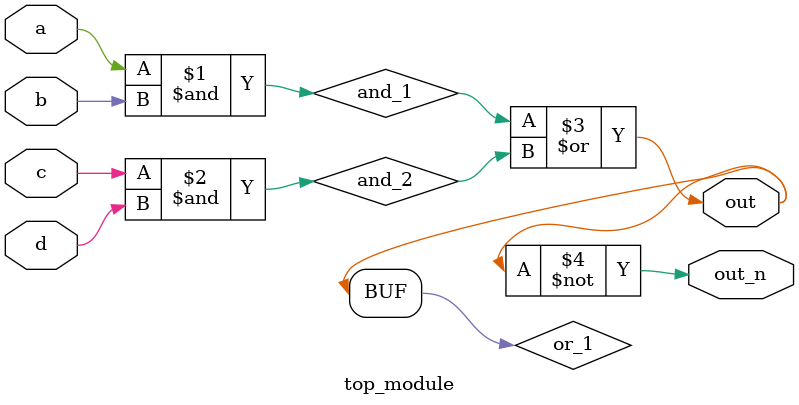
<source format=v>
`default_nettype none
module top_module(
    input a,
    input b,
    input c,
    input d,
    output out,
    output out_n   ); 
wire and_1 = a&b;
wire and_2 = c&d;
wire or_1 = and_1|and_2;
    assign out = or_1;
    assign out_n = ~out;
endmodule

</source>
